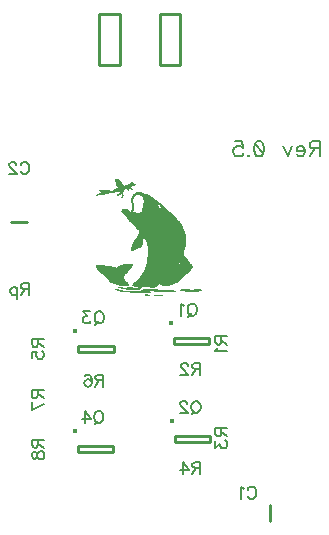
<source format=gbr>
G04 DipTrace 3.0.0.1*
G04 BottomSilk.gbr*
%MOIN*%
G04 #@! TF.FileFunction,Legend,Bot*
G04 #@! TF.Part,Single*
%ADD10C,0.01*%
%ADD12C,0.002992*%
%ADD28C,0.015404*%
%ADD57C,0.006176*%
%ADD58C,0.00772*%
%FSLAX26Y26*%
G04*
G70*
G90*
G75*
G01*
G04 BotSilk*
%LPD*%
X823769Y2261170D2*
D10*
X891761D1*
Y2092171D1*
X823769D1*
Y2261170D1*
X1024769Y2263171D2*
X1091769D1*
Y2093163D1*
X1024769D1*
Y2263171D1*
X1392462Y573532D2*
Y624673D1*
X530597Y1569029D2*
X581739D1*
D28*
X1062647Y1231363D3*
X1071848Y1181221D2*
D10*
X1189953D1*
Y1161536D1*
X1071848D1*
Y1181221D1*
D28*
X1066852Y906410D3*
X1076053Y856268D2*
D10*
X1194158D1*
Y836583D1*
X1076053D1*
Y856268D1*
D28*
X744175Y1205284D3*
X753376Y1155142D2*
D10*
X871481D1*
Y1135457D1*
X753376D1*
Y1155142D1*
D28*
X742175Y873284D3*
X751376Y823142D2*
D10*
X869481D1*
Y803457D1*
X751376D1*
Y823142D1*
X876060Y1711969D2*
D12*
X888028D1*
X876523Y1708977D2*
X890558D1*
X877265Y1705985D2*
X892797D1*
X878051Y1702993D2*
X894909D1*
X932908D2*
D3*
X878692Y1700001D2*
X896993D1*
X927266D2*
X932908D1*
X879468Y1697009D2*
X898965D1*
X921585D2*
X941884D1*
X880798Y1694017D2*
X900934D1*
X915475D2*
X936594D1*
X882692Y1691025D2*
X902988D1*
X908972D2*
X932645D1*
X884672Y1688033D2*
X929636D1*
X886477Y1685041D2*
X926924D1*
X883729Y1682049D2*
X930103D1*
X877375Y1679057D2*
X906106D1*
X917948D2*
X920940D1*
X929916D2*
X932908D1*
X822204Y1676065D2*
X855116D1*
X870076D2*
X903614D1*
X920940D2*
D3*
X828562Y1673073D2*
X881383D1*
X893413D2*
X901838D1*
X834172Y1670081D2*
X863076D1*
X892408D2*
X900839D1*
X947868D2*
X962828D1*
X826136Y1667089D2*
X846616D1*
X889900D2*
X900456D1*
X943507D2*
X967555D1*
X820123Y1664097D2*
X833237D1*
X887054D2*
X894012D1*
X899996D2*
X900615D1*
X939773D2*
X948919D1*
X953264D2*
X972674D1*
X816170Y1661105D2*
X822594D1*
X884396D2*
X891020D1*
X899996D2*
X901135D1*
X936832D2*
X944930D1*
X958006D2*
X978739D1*
X813228Y1658113D2*
D3*
X882044D2*
X888028D1*
X899996D2*
X901668D1*
X934757D2*
X941816D1*
X961989D2*
X985335D1*
X898407Y1655121D2*
X901011D1*
X933287D2*
X939255D1*
X965350D2*
X991559D1*
X897004Y1652129D2*
X899996D1*
X932053D2*
X937165D1*
X968054D2*
X997095D1*
X931064Y1649137D2*
X935481D1*
X970218D2*
X1002100D1*
X930467Y1646145D2*
X934259D1*
X971032D2*
X1006806D1*
X930262Y1643153D2*
X933640D1*
X971474D2*
X1011277D1*
X930504Y1640161D2*
X933664D1*
X971663D2*
X1015409D1*
X931165Y1637169D2*
X934223D1*
X971640D2*
X1019097D1*
X931910Y1634177D2*
X934927D1*
X971289D2*
X1022525D1*
X932424Y1631185D2*
X935425D1*
X970584D2*
X1025944D1*
X932699Y1628193D2*
X935694D1*
X969821D2*
X1029333D1*
X932825Y1625201D2*
X935818D1*
X969288D2*
X1017234D1*
X1025110D2*
X1032411D1*
X932865Y1622209D2*
X935869D1*
X968906D2*
X1018284D1*
X1027053D2*
X1035271D1*
X932780Y1619217D2*
X935889D1*
X968398D2*
X1019676D1*
X1028652D2*
X1038403D1*
X932404Y1616225D2*
X935885D1*
X967629D2*
X1041973D1*
X899996Y1613233D2*
X911964D1*
X931665D2*
X935774D1*
X966818D2*
X1045764D1*
X898741Y1610241D2*
X918135D1*
X930775D2*
X935312D1*
X966061D2*
X1049626D1*
X898002Y1607249D2*
X923932D1*
X929916D2*
X934289D1*
X965177D2*
X1053600D1*
X898831Y1604257D2*
X932908D1*
X962757D2*
X1057481D1*
X901326Y1601265D2*
X941884D1*
X959836D2*
X1061046D1*
X904447Y1598273D2*
X1064335D1*
X907606Y1595281D2*
X1067461D1*
X910314Y1592289D2*
X1070508D1*
X912770Y1589297D2*
X1073509D1*
X915250Y1586305D2*
X1076404D1*
X917632Y1583313D2*
X1079017D1*
X919799Y1580321D2*
X1081293D1*
X921978Y1577329D2*
X1083518D1*
X924431Y1574337D2*
X1085977D1*
X927139Y1571345D2*
X1088586D1*
X930002Y1568353D2*
X1091058D1*
X932940Y1565361D2*
X1093176D1*
X935912Y1562369D2*
X1094988D1*
X938896Y1559377D2*
X1096629D1*
X941886Y1556385D2*
X1098181D1*
X944877Y1553393D2*
X1001724D1*
X1007708D2*
X1099690D1*
X947857Y1550401D2*
X1101098D1*
X950732Y1547409D2*
X1102311D1*
X953226Y1544417D2*
X1103365D1*
X954991Y1541425D2*
X1104432D1*
X956171Y1538433D2*
X1105455D1*
X956060Y1535441D2*
X1106419D1*
X955386Y1532449D2*
X1107436D1*
X954203Y1529457D2*
X1108338D1*
X952600Y1526465D2*
X1108915D1*
X950733Y1523473D2*
X1109214D1*
X948834Y1520481D2*
X1109349D1*
X946874Y1517489D2*
X1109404D1*
X944861Y1514497D2*
X965820D1*
X974322D2*
X1109425D1*
X942992Y1511505D2*
X965820D1*
X976467D2*
X1109432D1*
X941284Y1508513D2*
X965820D1*
X978292D2*
X1109435D1*
X939598Y1505521D2*
X965820D1*
X979926D2*
X1109436D1*
X937788Y1502529D2*
X965809D1*
X981375D2*
X1109436D1*
X935939Y1499537D2*
X965692D1*
X982515D2*
X1109425D1*
X934389Y1496545D2*
X965194D1*
X983300D2*
X1109320D1*
X933146Y1493553D2*
X964260D1*
X984023D2*
X1108938D1*
X932001Y1490561D2*
X961725D1*
X984890D2*
X1108222D1*
X931046Y1487569D2*
X957995D1*
X985718D2*
X995740D1*
X1001724D2*
X1107443D1*
X930449Y1484577D2*
X952820D1*
X986263D2*
X1106816D1*
X930142Y1481585D2*
X946659D1*
X986549D2*
X1106157D1*
X930000Y1478593D2*
X939951D1*
X986679D2*
X1105314D1*
X929916Y1475601D2*
X932908D1*
X986733D2*
X1104482D1*
X986753Y1472609D2*
X1103835D1*
X986761Y1469617D2*
X1103181D1*
X986751Y1466625D2*
X1102451D1*
X986647Y1463633D2*
X1101821D1*
X986266Y1460641D2*
X1102423D1*
X985550Y1457649D2*
X1104404D1*
X984783Y1454657D2*
X1106849D1*
X984261Y1451665D2*
X1109583D1*
X983983Y1448673D2*
X1112370D1*
X983856Y1445681D2*
X1114943D1*
X983792Y1442689D2*
X1117205D1*
X983667Y1439697D2*
X1119425D1*
X983278Y1436705D2*
X1121882D1*
X982547Y1433713D2*
X1085500D1*
X1091484D2*
X1124491D1*
X917948Y1430721D2*
X932908D1*
X981674D2*
X1126963D1*
X906797Y1427729D2*
X932783D1*
X980771D2*
X1129057D1*
X813228Y1424737D2*
X831180D1*
X897328D2*
X932282D1*
X979765D2*
X1130646D1*
X813354Y1421745D2*
X854275D1*
X889359D2*
X931067D1*
X978766D2*
X1131801D1*
X813854Y1418753D2*
X876060D1*
X882044D2*
X929085D1*
X977798D2*
X1131384D1*
X815070Y1415761D2*
X926581D1*
X976679D2*
X1129763D1*
X817052Y1412769D2*
X923800D1*
X975384D2*
X1127684D1*
X819556Y1409777D2*
X920892D1*
X973986D2*
X1125000D1*
X822348Y1406785D2*
X917931D1*
X972527D2*
X1121866D1*
X825362Y1403793D2*
X914951D1*
X971037D2*
X1118669D1*
X828704Y1400801D2*
X911974D1*
X969439D2*
X1115540D1*
X832401Y1397809D2*
X909100D1*
X967566D2*
X1112479D1*
X836156Y1394817D2*
X906607D1*
X965352D2*
X1109444D1*
X839669Y1391825D2*
X904842D1*
X963080D2*
X1106335D1*
X842938Y1388833D2*
X903662D1*
X960955D2*
X1102968D1*
X846057Y1385841D2*
X903773D1*
X958791D2*
X1099352D1*
X849101Y1382849D2*
X904447D1*
X956343D2*
X1095868D1*
X852102Y1379857D2*
X905641D1*
X953637D2*
X1092689D1*
X854996Y1376865D2*
X907350D1*
X950763D2*
X1089459D1*
X857679Y1373873D2*
X909599D1*
X947720D2*
X1085989D1*
X860610Y1370881D2*
X912214D1*
X944379D2*
X1082261D1*
X864301Y1367889D2*
X914932D1*
X940791D2*
X1077811D1*
X872942Y1364897D2*
X917398D1*
X937489D2*
X1071651D1*
X883229Y1361905D2*
X919342D1*
X934954D2*
X1019089D1*
X1028652D2*
X1062941D1*
X894012Y1358913D2*
X920940D1*
X932908D2*
X1014866D1*
X1037628D2*
X1052588D1*
X946092Y1355921D2*
X1009952D1*
X888028Y1352929D2*
X899996D1*
X914956D2*
X932908D1*
X959836D2*
X962057D1*
X992748D2*
X1004716D1*
X903643Y1349937D2*
X959711D1*
X876060Y1346945D2*
X882044D1*
X920940D2*
X956844D1*
X968812D2*
X1016684D1*
X1100460D2*
X1124396D1*
X1139356D2*
X1160300D1*
X884871Y1343953D2*
X894012D1*
X971804D2*
X1067548D1*
X1094476D2*
X1163292D1*
X897987Y1340961D2*
X947868D1*
X953852D2*
X982122D1*
X1007708D2*
X1072317D1*
X1121404D2*
X1145340D1*
X914792Y1337969D2*
X987949D1*
X1073532D2*
X1076524D1*
X932908Y1334977D2*
X992748D1*
X974796Y1328993D2*
X977788D1*
X974796Y1326001D2*
X989756D1*
X1007708D2*
X1034636D1*
X876060Y1711969D2*
X876523Y1708977D1*
X877265Y1705985D1*
X878051Y1702993D1*
X878692Y1700001D1*
X879468Y1697009D1*
X880798Y1694017D1*
X882692Y1691025D1*
X884672Y1688033D1*
X886477Y1685041D1*
X883729Y1682049D1*
X877375Y1679057D1*
X870076Y1676065D1*
X888028Y1711969D2*
X890558Y1708977D1*
X892797Y1705985D1*
X894909Y1702993D1*
X896993Y1700001D1*
X898965Y1697009D1*
X900934Y1694017D1*
X902988Y1691025D1*
X932908Y1702993D2*
X927266Y1700001D1*
X921585Y1697009D1*
X915475Y1694017D1*
X908972Y1691025D1*
X932908Y1700001D2*
X941884Y1697009D1*
X936594Y1694017D1*
X932645Y1691025D1*
X929636Y1688033D1*
X926924Y1685041D1*
X930103Y1682049D1*
X932908Y1679057D1*
X908972Y1682049D2*
X906106Y1679057D1*
X903614Y1676065D1*
X901838Y1673073D1*
X900839Y1670081D1*
X900456Y1667089D1*
X900615Y1664097D1*
X901135Y1661105D1*
X901668Y1658113D1*
X901011Y1655121D1*
X899996Y1652129D1*
X914956Y1682049D2*
X917948Y1679057D1*
X920940Y1676065D1*
Y1682049D2*
Y1679057D1*
Y1676065D1*
X926924Y1682049D2*
X929916Y1679057D1*
X822204Y1676065D2*
X828562Y1673073D1*
X834172Y1670081D1*
X826136Y1667089D1*
X820123Y1664097D1*
X816170Y1661105D1*
X813228Y1658113D1*
X855116Y1676065D2*
X899996D2*
X881383Y1673073D1*
X863076Y1670081D1*
X846616Y1667089D1*
X833237Y1664097D1*
X822594Y1661105D1*
X813228Y1658113D1*
X894012Y1676065D2*
X893413Y1673073D1*
X892408Y1670081D1*
X889900Y1667089D1*
X887054Y1664097D1*
X884396Y1661105D1*
X882044Y1658113D1*
X947868Y1670081D2*
X943507Y1667089D1*
X939773Y1664097D1*
X936832Y1661105D1*
X934757Y1658113D1*
X933287Y1655121D1*
X932053Y1652129D1*
X931064Y1649137D1*
X930467Y1646145D1*
X930262Y1643153D1*
X930504Y1640161D1*
X931165Y1637169D1*
X931910Y1634177D1*
X932424Y1631185D1*
X932699Y1628193D1*
X932825Y1625201D1*
X932865Y1622209D1*
X932780Y1619217D1*
X932404Y1616225D1*
X931665Y1613233D1*
X930775Y1610241D1*
X929916Y1607249D1*
X962828Y1670081D2*
X967555Y1667089D1*
X972674Y1664097D1*
X978739Y1661105D1*
X985335Y1658113D1*
X991559Y1655121D1*
X997095Y1652129D1*
X1002100Y1649137D1*
X1006806Y1646145D1*
X1011277Y1643153D1*
X1015409Y1640161D1*
X1019097Y1637169D1*
X1022525Y1634177D1*
X1025944Y1631185D1*
X1029333Y1628193D1*
X1032411Y1625201D1*
X1035271Y1622209D1*
X1038403Y1619217D1*
X1041973Y1616225D1*
X1045764Y1613233D1*
X1049626Y1610241D1*
X1053600Y1607249D1*
X1057481Y1604257D1*
X1061046Y1601265D1*
X1064335Y1598273D1*
X1067461Y1595281D1*
X1070508Y1592289D1*
X1073509Y1589297D1*
X1076404Y1586305D1*
X1079017Y1583313D1*
X1081293Y1580321D1*
X1083518Y1577329D1*
X1085977Y1574337D1*
X1088586Y1571345D1*
X1091058Y1568353D1*
X1093176Y1565361D1*
X1094988Y1562369D1*
X1096629Y1559377D1*
X1098181Y1556385D1*
X1099690Y1553393D1*
X1101098Y1550401D1*
X1102311Y1547409D1*
X1103365Y1544417D1*
X1104432Y1541425D1*
X1105455Y1538433D1*
X1106419Y1535441D1*
X1107436Y1532449D1*
X1108338Y1529457D1*
X1108915Y1526465D1*
X1109214Y1523473D1*
X1109349Y1520481D1*
X1109404Y1517489D1*
X1109425Y1514497D1*
X1109432Y1511505D1*
X1109435Y1508513D1*
X1109436Y1505521D1*
Y1502529D1*
X1109425Y1499537D1*
X1109320Y1496545D1*
X1108938Y1493553D1*
X1108222Y1490561D1*
X1107443Y1487569D1*
X1106816Y1484577D1*
X1106157Y1481585D1*
X1105314Y1478593D1*
X1104482Y1475601D1*
X1103835Y1472609D1*
X1103181Y1469617D1*
X1102451Y1466625D1*
X1101821Y1463633D1*
X1102423Y1460641D1*
X1104404Y1457649D1*
X1106849Y1454657D1*
X1109583Y1451665D1*
X1112370Y1448673D1*
X1114943Y1445681D1*
X1117205Y1442689D1*
X1119425Y1439697D1*
X1121882Y1436705D1*
X1124491Y1433713D1*
X1126963Y1430721D1*
X1129057Y1427729D1*
X1130646Y1424737D1*
X1131801Y1421745D1*
X1131384Y1418753D1*
X1129763Y1415761D1*
X1127684Y1412769D1*
X1125000Y1409777D1*
X1121866Y1406785D1*
X1118669Y1403793D1*
X1115540Y1400801D1*
X1112479Y1397809D1*
X1109444Y1394817D1*
X1106335Y1391825D1*
X1102968Y1388833D1*
X1099352Y1385841D1*
X1095868Y1382849D1*
X1092689Y1379857D1*
X1089459Y1376865D1*
X1085989Y1373873D1*
X1082261Y1370881D1*
X1077811Y1367889D1*
X1071651Y1364897D1*
X1062941Y1361905D1*
X1052588Y1358913D1*
X897004Y1667089D2*
X894012Y1664097D1*
X891020Y1661105D1*
X888028Y1658113D1*
X953852Y1667089D2*
X948919Y1664097D1*
X944930Y1661105D1*
X941816Y1658113D1*
X939255Y1655121D1*
X937165Y1652129D1*
X935481Y1649137D1*
X934259Y1646145D1*
X933640Y1643153D1*
X933664Y1640161D1*
X934223Y1637169D1*
X934927Y1634177D1*
X935425Y1631185D1*
X935694Y1628193D1*
X935818Y1625201D1*
X935869Y1622209D1*
X935889Y1619217D1*
X935885Y1616225D1*
X935774Y1613233D1*
X935312Y1610241D1*
X934289Y1607249D1*
X932908Y1604257D1*
X941884Y1601265D1*
X947868Y1667089D2*
X953264Y1664097D1*
X958006Y1661105D1*
X961989Y1658113D1*
X965350Y1655121D1*
X968054Y1652129D1*
X970218Y1649137D1*
X971032Y1646145D1*
X971474Y1643153D1*
X971663Y1640161D1*
X971640Y1637169D1*
X971289Y1634177D1*
X970584Y1631185D1*
X969821Y1628193D1*
X969288Y1625201D1*
X968906Y1622209D1*
X968398Y1619217D1*
X967629Y1616225D1*
X966818Y1613233D1*
X966061Y1610241D1*
X965177Y1607249D1*
X962757Y1604257D1*
X959836Y1601265D1*
X899996Y1658113D2*
X898407Y1655121D1*
X897004Y1652129D1*
X1016684Y1628193D2*
X1017234Y1625201D1*
X1018284Y1622209D1*
X1019676Y1619217D1*
X1022668Y1628193D2*
X1025110Y1625201D1*
X1027053Y1622209D1*
X1028652Y1619217D1*
X899996Y1613233D2*
X898741Y1610241D1*
X898002Y1607249D1*
X898831Y1604257D1*
X901326Y1601265D1*
X904447Y1598273D1*
X907606Y1595281D1*
X910314Y1592289D1*
X912770Y1589297D1*
X915250Y1586305D1*
X917632Y1583313D1*
X919799Y1580321D1*
X921978Y1577329D1*
X924431Y1574337D1*
X927139Y1571345D1*
X930002Y1568353D1*
X932940Y1565361D1*
X935912Y1562369D1*
X938896Y1559377D1*
X941886Y1556385D1*
X944877Y1553393D1*
X947857Y1550401D1*
X950732Y1547409D1*
X953226Y1544417D1*
X954991Y1541425D1*
X956171Y1538433D1*
X956060Y1535441D1*
X955386Y1532449D1*
X954203Y1529457D1*
X952600Y1526465D1*
X950733Y1523473D1*
X948834Y1520481D1*
X946874Y1517489D1*
X944861Y1514497D1*
X942992Y1511505D1*
X941284Y1508513D1*
X939598Y1505521D1*
X937788Y1502529D1*
X935939Y1499537D1*
X934389Y1496545D1*
X933146Y1493553D1*
X932001Y1490561D1*
X931046Y1487569D1*
X930449Y1484577D1*
X930142Y1481585D1*
X930000Y1478593D1*
X929916Y1475601D1*
X911964Y1613233D2*
X918135Y1610241D1*
X923932Y1607249D1*
X1004716Y1556385D2*
X1001724Y1553393D1*
X1004716Y1556385D2*
X1007708Y1553393D1*
X965820Y1517489D2*
Y1514497D1*
Y1511505D1*
Y1508513D1*
Y1505521D1*
X965809Y1502529D1*
X965692Y1499537D1*
X965194Y1496545D1*
X964260Y1493553D1*
X961725Y1490561D1*
X957995Y1487569D1*
X952820Y1484577D1*
X946659Y1481585D1*
X939951Y1478593D1*
X932908Y1475601D1*
X971804Y1517489D2*
X974322Y1514497D1*
X976467Y1511505D1*
X978292Y1508513D1*
X979926Y1505521D1*
X981375Y1502529D1*
X982515Y1499537D1*
X983300Y1496545D1*
X984023Y1493553D1*
X984890Y1490561D1*
X985718Y1487569D1*
X986263Y1484577D1*
X986549Y1481585D1*
X986679Y1478593D1*
X986733Y1475601D1*
X986753Y1472609D1*
X986761Y1469617D1*
X986751Y1466625D1*
X986647Y1463633D1*
X986266Y1460641D1*
X985550Y1457649D1*
X984783Y1454657D1*
X984261Y1451665D1*
X983983Y1448673D1*
X983856Y1445681D1*
X983792Y1442689D1*
X983667Y1439697D1*
X983278Y1436705D1*
X982547Y1433713D1*
X981674Y1430721D1*
X980771Y1427729D1*
X979765Y1424737D1*
X978766Y1421745D1*
X977798Y1418753D1*
X976679Y1415761D1*
X975384Y1412769D1*
X973986Y1409777D1*
X972527Y1406785D1*
X971037Y1403793D1*
X969439Y1400801D1*
X967566Y1397809D1*
X965352Y1394817D1*
X963080Y1391825D1*
X960955Y1388833D1*
X958791Y1385841D1*
X956343Y1382849D1*
X953637Y1379857D1*
X950763Y1376865D1*
X947720Y1373873D1*
X944379Y1370881D1*
X940791Y1367889D1*
X937489Y1364897D1*
X934954Y1361905D1*
X932908Y1358913D1*
X946092Y1355921D1*
X959836Y1352929D1*
X998732Y1490561D2*
X995740Y1487569D1*
X998732Y1490561D2*
X1001724Y1487569D1*
X1088492Y1436705D2*
X1085500Y1433713D1*
X1088492Y1436705D2*
X1091484Y1433713D1*
X917948Y1430721D2*
X906797Y1427729D1*
X897328Y1424737D1*
X889359Y1421745D1*
X882044Y1418753D1*
X932908Y1430721D2*
X932783Y1427729D1*
X932282Y1424737D1*
X931067Y1421745D1*
X929085Y1418753D1*
X926581Y1415761D1*
X923800Y1412769D1*
X920892Y1409777D1*
X917931Y1406785D1*
X914951Y1403793D1*
X911974Y1400801D1*
X909100Y1397809D1*
X906607Y1394817D1*
X904842Y1391825D1*
X903662Y1388833D1*
X903773Y1385841D1*
X904447Y1382849D1*
X905641Y1379857D1*
X907350Y1376865D1*
X909599Y1373873D1*
X912214Y1370881D1*
X914932Y1367889D1*
X917398Y1364897D1*
X919342Y1361905D1*
X920940Y1358913D1*
X813228Y1424737D2*
X813354Y1421745D1*
X813854Y1418753D1*
X815070Y1415761D1*
X817052Y1412769D1*
X819556Y1409777D1*
X822348Y1406785D1*
X825362Y1403793D1*
X828704Y1400801D1*
X832401Y1397809D1*
X836156Y1394817D1*
X839669Y1391825D1*
X842938Y1388833D1*
X846057Y1385841D1*
X849101Y1382849D1*
X852102Y1379857D1*
X854996Y1376865D1*
X857679Y1373873D1*
X860610Y1370881D1*
X864301Y1367889D1*
X872942Y1364897D1*
X883229Y1361905D1*
X894012Y1358913D1*
X831180Y1424737D2*
X854275Y1421745D1*
X876060Y1418753D1*
X1022668Y1364897D2*
X1019089Y1361905D1*
X1014866Y1358913D1*
X1009952Y1355921D1*
X1004716Y1352929D1*
X1019676Y1364897D2*
X1028652Y1361905D1*
X1037628Y1358913D1*
X888028Y1352929D2*
X903643Y1349937D1*
X920940Y1346945D1*
X899996Y1352929D2*
X914956D2*
X932908D2*
X962828Y1355921D2*
X962057Y1352929D1*
X959711Y1349937D1*
X956844Y1346945D1*
X989756Y1355921D2*
X992748Y1352929D1*
X876060Y1346945D2*
X884871Y1343953D1*
X897987Y1340961D1*
X914792Y1337969D1*
X932908Y1334977D1*
X882044Y1346945D2*
X894012Y1343953D1*
X905980Y1340961D1*
X968812Y1346945D2*
X971804Y1343953D1*
X953852Y1340961D1*
X1016684Y1346945D2*
Y1343953D1*
X1100460Y1346945D2*
X1094476Y1343953D1*
X1121404Y1340961D1*
X1124396Y1346945D2*
X1139356D2*
X1160300D2*
X1163292Y1343953D1*
X1145340Y1340961D1*
X1067548Y1343953D2*
X1072317Y1340961D1*
X1076524Y1337969D1*
X947868Y1340961D2*
X974796Y1343953D2*
X982122Y1340961D1*
X987949Y1337969D1*
X992748Y1334977D1*
X1004716Y1343953D2*
X1007708Y1340961D1*
X1070540D2*
X1073532Y1337969D1*
X974796Y1328993D2*
Y1326001D1*
X977788Y1328993D2*
X989756Y1326001D1*
X1007708D2*
X1034636D2*
X1318211Y677658D2*
D57*
X1320112Y681461D1*
X1323959Y685307D1*
X1327761Y687209D1*
X1335411D1*
X1339257Y685307D1*
X1343060Y681461D1*
X1345005Y677658D1*
X1346907Y671910D1*
Y662315D1*
X1345005Y656611D1*
X1343060Y652765D1*
X1339257Y648962D1*
X1335411Y647017D1*
X1327761D1*
X1323959Y648962D1*
X1320112Y652765D1*
X1318211Y656611D1*
X1305859Y679515D2*
X1302012Y681461D1*
X1296264Y687164D1*
Y647017D1*
X561393Y1759810D2*
X563295Y1763613D1*
X567141Y1767460D1*
X570944Y1769361D1*
X578593D1*
X582440Y1767460D1*
X586242Y1763613D1*
X588188Y1759810D1*
X590089Y1754062D1*
Y1744467D1*
X588188Y1738764D1*
X586242Y1734917D1*
X582440Y1731114D1*
X578593Y1729169D1*
X570944D1*
X567141Y1731114D1*
X563295Y1734917D1*
X561393Y1738764D1*
X547096Y1759766D2*
Y1761667D1*
X545195Y1765514D1*
X543294Y1767415D1*
X539447Y1769317D1*
X531798D1*
X527995Y1767415D1*
X526094Y1765514D1*
X524148Y1761667D1*
Y1757865D1*
X526094Y1754018D1*
X529896Y1748314D1*
X549042Y1729169D1*
X522247D1*
X1137247Y1297652D2*
X1141049Y1295795D1*
X1144896Y1291948D1*
X1146797Y1288102D1*
X1148743Y1282354D1*
Y1272803D1*
X1146797Y1267055D1*
X1144896Y1263252D1*
X1141049Y1259406D1*
X1137247Y1257504D1*
X1129597D1*
X1125751Y1259406D1*
X1121948Y1263252D1*
X1120047Y1267055D1*
X1118101Y1272803D1*
Y1282354D1*
X1120047Y1288102D1*
X1121948Y1291948D1*
X1125751Y1295795D1*
X1129597Y1297652D1*
X1137247D1*
X1131499Y1265154D2*
X1120047Y1253658D1*
X1105750Y1289959D2*
X1101903Y1291904D1*
X1096155Y1297608D1*
Y1257460D1*
X1150051Y972699D2*
X1153854Y970842D1*
X1157701Y966996D1*
X1159602Y963149D1*
X1161548Y957401D1*
Y947850D1*
X1159602Y942102D1*
X1157701Y938300D1*
X1153854Y934453D1*
X1150051Y932552D1*
X1142402D1*
X1138555Y934453D1*
X1134753Y938300D1*
X1132852Y942102D1*
X1130906Y947850D1*
Y957401D1*
X1132852Y963149D1*
X1134753Y966996D1*
X1138555Y970842D1*
X1142402Y972699D1*
X1150051D1*
X1144303Y940201D2*
X1132852Y928705D1*
X1116609Y963105D2*
Y965006D1*
X1114708Y968853D1*
X1112807Y970754D1*
X1108960Y972655D1*
X1101311D1*
X1097508Y970754D1*
X1095607Y968853D1*
X1093661Y965006D1*
Y961203D1*
X1095607Y957357D1*
X1099409Y951653D1*
X1118555Y932507D1*
X1091760D1*
X827374Y1271573D2*
X831177Y1269716D1*
X835024Y1265870D1*
X836925Y1262023D1*
X838870Y1256275D1*
Y1246724D1*
X836925Y1240976D1*
X835024Y1237174D1*
X831177Y1233327D1*
X827374Y1231426D1*
X819725D1*
X815878Y1233327D1*
X812076Y1237174D1*
X810174Y1240976D1*
X808229Y1246724D1*
Y1256275D1*
X810174Y1262023D1*
X812076Y1265870D1*
X815878Y1269716D1*
X819725Y1271573D1*
X827374D1*
X821626Y1239075D2*
X810174Y1227579D1*
X792031Y1271529D2*
X771028D1*
X782480Y1256231D1*
X776732D1*
X772930Y1254329D1*
X771028Y1252428D1*
X769083Y1246680D1*
Y1242877D1*
X771028Y1237129D1*
X774831Y1233283D1*
X780579Y1231381D1*
X786327D1*
X792031Y1233283D1*
X793932Y1235228D1*
X795878Y1239031D1*
X826325Y939573D2*
X830127Y937716D1*
X833974Y933870D1*
X835875Y930023D1*
X837821Y924275D1*
Y914724D1*
X835875Y908976D1*
X833974Y905174D1*
X830127Y901327D1*
X826325Y899426D1*
X818676D1*
X814829Y901327D1*
X811026Y905174D1*
X809125Y908976D1*
X807180Y914724D1*
Y924275D1*
X809125Y930023D1*
X811026Y933870D1*
X814829Y937716D1*
X818676Y939573D1*
X826325D1*
X820577Y907075D2*
X809125Y895579D1*
X775683Y899381D2*
Y939529D1*
X794828Y912779D1*
X766132D1*
X1230252Y1187757D2*
Y1170557D1*
X1228307Y1164809D1*
X1226405Y1162863D1*
X1222603Y1160962D1*
X1218756D1*
X1214954Y1162863D1*
X1213008Y1164809D1*
X1211107Y1170557D1*
Y1187757D1*
X1251299Y1187756D1*
X1230252Y1174359D2*
X1251299Y1160962D1*
X1218800Y1148611D2*
X1216855Y1144764D1*
X1211151Y1139016D1*
X1251299D1*
X1160270Y1079662D2*
X1143070D1*
X1137322Y1081607D1*
X1135376Y1083508D1*
X1133475Y1087311D1*
Y1091158D1*
X1135376Y1094960D1*
X1137322Y1096906D1*
X1143070Y1098807D1*
X1160270D1*
Y1058615D1*
X1146872Y1079662D2*
X1133475Y1058615D1*
X1119178Y1089212D2*
Y1091114D1*
X1117277Y1094960D1*
X1115376Y1096862D1*
X1111529Y1098763D1*
X1103880D1*
X1100077Y1096862D1*
X1098176Y1094960D1*
X1096230Y1091114D1*
Y1087311D1*
X1098176Y1083464D1*
X1101978Y1077760D1*
X1121124Y1058615D1*
X1094329D1*
X1230252Y881396D2*
Y864196D1*
X1228307Y858448D1*
X1226405Y856502D1*
X1222603Y854601D1*
X1218756D1*
X1214954Y856502D1*
X1213008Y858448D1*
X1211107Y864196D1*
Y881396D1*
X1251299D1*
X1230252Y867998D2*
X1251299Y854601D1*
X1211151Y838403D2*
Y817401D1*
X1226450Y828852D1*
Y823104D1*
X1228351Y819302D1*
X1230252Y817401D1*
X1236000Y815455D1*
X1239803D1*
X1245551Y817401D1*
X1249398Y821203D1*
X1251299Y826951D1*
Y832699D1*
X1249398Y838403D1*
X1247452Y840304D1*
X1243650Y842250D1*
X1161024Y749662D2*
X1143824D1*
X1138076Y751607D1*
X1136130Y753508D1*
X1134229Y757311D1*
Y761158D1*
X1136130Y764960D1*
X1138076Y766906D1*
X1143824Y768807D1*
X1161024D1*
Y728615D1*
X1147626Y749662D2*
X1134229Y728615D1*
X1102732D2*
Y768763D1*
X1121878Y742012D1*
X1093182D1*
X618740Y1178270D2*
Y1161070D1*
X616795Y1155322D1*
X614894Y1153376D1*
X611091Y1151475D1*
X607244D1*
X603442Y1153376D1*
X601496Y1155322D1*
X599595Y1161070D1*
Y1178270D1*
X639787D1*
X618740Y1164873D2*
X639787Y1151475D1*
X599639Y1116176D2*
Y1135277D1*
X616839Y1137178D1*
X614938Y1135277D1*
X612992Y1129529D1*
Y1123825D1*
X614938Y1118077D1*
X618740Y1114230D1*
X624488Y1112329D1*
X628291D1*
X634039Y1114230D1*
X637886Y1118077D1*
X639787Y1123825D1*
Y1129529D1*
X637886Y1135277D1*
X635940Y1137178D1*
X632138Y1139124D1*
X837699Y1041260D2*
X820499D1*
X814751Y1043206D1*
X812805Y1045107D1*
X810904Y1048909D1*
Y1052756D1*
X812805Y1056559D1*
X814751Y1058504D1*
X820499Y1060405D1*
X837699D1*
Y1020213D1*
X824301Y1041260D2*
X810904Y1020213D1*
X775605Y1054657D2*
X777506Y1058460D1*
X783254Y1060361D1*
X787056D1*
X792805Y1058460D1*
X796651Y1052712D1*
X798553Y1043161D1*
Y1033611D1*
X796651Y1025961D1*
X792805Y1022115D1*
X787056Y1020213D1*
X785155D1*
X779451Y1022115D1*
X775605Y1025961D1*
X773703Y1031710D1*
Y1033611D1*
X775605Y1039359D1*
X779451Y1043161D1*
X785155Y1045063D1*
X787056D1*
X792805Y1043161D1*
X796651Y1039359D1*
X798553Y1033611D1*
X618339Y1008671D2*
Y991472D1*
X616393Y985724D1*
X614492Y983778D1*
X610690Y981877D1*
X606843D1*
X603040Y983778D1*
X601095Y985724D1*
X599193Y991472D1*
Y1008671D1*
X639385D1*
X618339Y995274D2*
X639385Y981877D1*
Y961876D2*
X599238Y942731D1*
Y969525D1*
X619740Y844248D2*
Y827048D1*
X617795Y821300D1*
X615894Y819354D1*
X612091Y817453D1*
X608244D1*
X604442Y819354D1*
X602496Y821300D1*
X600595Y827048D1*
Y844248D1*
X640787D1*
X619740Y830850D2*
X640787Y817453D1*
X600639Y795551D2*
X602541Y801255D1*
X606343Y803200D1*
X610190D1*
X613992Y801255D1*
X615938Y797452D1*
X617839Y789803D1*
X619740Y784055D1*
X623587Y780253D1*
X627390Y778351D1*
X633138D1*
X636940Y780253D1*
X638886Y782154D1*
X640787Y787902D1*
Y795551D1*
X638886Y801255D1*
X636940Y803200D1*
X633138Y805102D1*
X627390D1*
X623587Y803200D1*
X619740Y799354D1*
X617839Y793650D1*
X615938Y786001D1*
X613992Y782154D1*
X610190Y780253D1*
X606343D1*
X602540Y782154D1*
X600639Y787902D1*
Y795551D1*
X588418Y1346815D2*
X571219D1*
X565470Y1348761D1*
X563525Y1350662D1*
X561624Y1354465D1*
Y1358312D1*
X563525Y1362114D1*
X565470Y1364060D1*
X571219Y1365961D1*
X588418D1*
Y1325769D1*
X575021Y1346815D2*
X561624Y1325769D1*
X549272Y1352563D2*
Y1312371D1*
Y1346815D2*
X545426Y1350618D1*
X541623Y1352563D1*
X535875D1*
X532028Y1350618D1*
X528226Y1346815D1*
X526280Y1341067D1*
Y1337221D1*
X528226Y1331517D1*
X532028Y1327670D1*
X535875Y1325769D1*
X541623D1*
X545426Y1327670D1*
X549272Y1331517D1*
X1559006Y1814622D2*
D58*
X1537506D1*
X1530321Y1817053D1*
X1527889Y1819430D1*
X1525512Y1824183D1*
Y1828992D1*
X1527889Y1833745D1*
X1530321Y1836177D1*
X1537506Y1838553D1*
X1559006D1*
Y1788313D1*
X1542259Y1814622D2*
X1525512Y1788313D1*
X1510073Y1807437D2*
X1481388D1*
Y1812245D1*
X1483765Y1817053D1*
X1486141Y1819430D1*
X1490950Y1821807D1*
X1498135D1*
X1502888Y1819430D1*
X1507697Y1814622D1*
X1510073Y1807437D1*
Y1802683D1*
X1507697Y1795498D1*
X1502888Y1790745D1*
X1498135Y1788313D1*
X1490950D1*
X1486141Y1790745D1*
X1481388Y1795498D1*
X1465949Y1821807D2*
X1451579Y1788313D1*
X1437264Y1821807D1*
X1358854Y1838498D2*
X1366039Y1836121D1*
X1370847Y1828936D1*
X1373224Y1816998D1*
Y1809813D1*
X1370847Y1797875D1*
X1366039Y1790690D1*
X1358854Y1788313D1*
X1354101D1*
X1346916Y1790690D1*
X1342162Y1797875D1*
X1339731Y1809813D1*
Y1816998D1*
X1342162Y1828936D1*
X1346916Y1836121D1*
X1354101Y1838498D1*
X1358854D1*
X1342162Y1828936D2*
X1370847Y1797875D1*
X1321915Y1793122D2*
X1324291Y1790690D1*
X1321915Y1788313D1*
X1319483Y1790690D1*
X1321915Y1793122D1*
X1275359Y1838498D2*
X1299235D1*
X1301612Y1816998D1*
X1299235Y1819375D1*
X1292050Y1821807D1*
X1284920D1*
X1277735Y1819375D1*
X1272927Y1814622D1*
X1270550Y1807437D1*
Y1802683D1*
X1272927Y1795498D1*
X1277735Y1790690D1*
X1284920Y1788313D1*
X1292050D1*
X1299235Y1790690D1*
X1301612Y1793122D1*
X1304044Y1797875D1*
M02*

</source>
